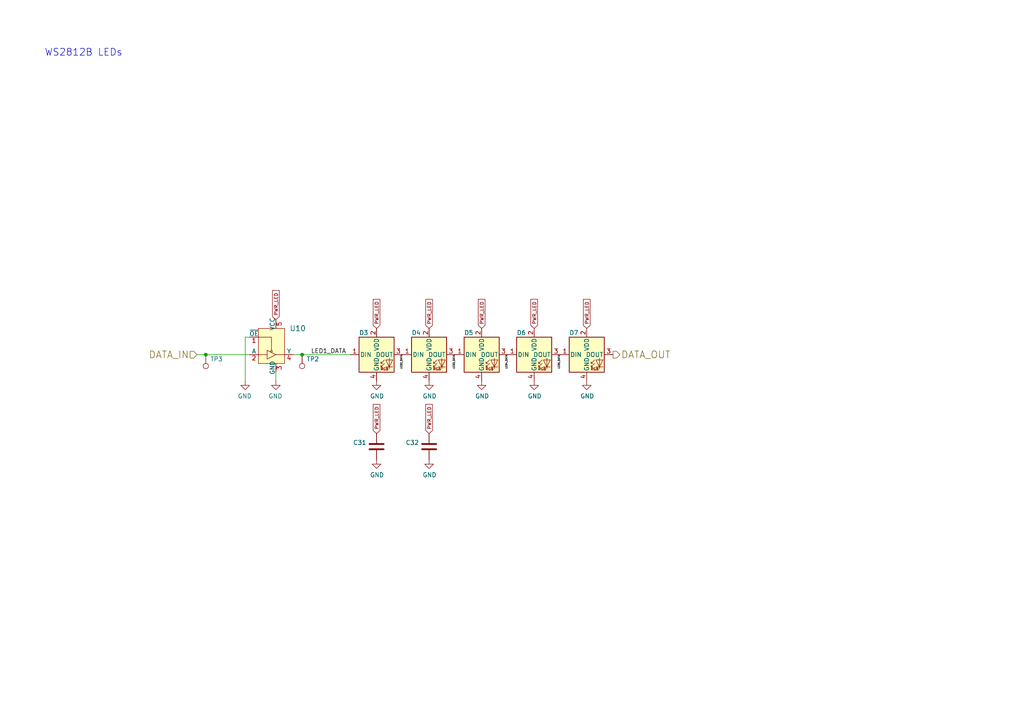
<source format=kicad_sch>
(kicad_sch (version 20211123) (generator eeschema)
  (paper "A4")
  (title_block (date "2022-03-11") (rev "4") (company "BADGE.TEAM"))
  (lib_symbols
    (symbol "custom:SK6805-EC15" (pin_names (offset 0.254))
      (property "Reference" "D" (at 5.08 5.715 0))
      (property "Value" "SK6805-EC15" (at 1.27 -5.715 0))
      (symbol "SK6805-EC15_0_0"
        (text "RGB" (at 2.286 -4.191 0) (effects (font (size 0.762 0.762))))
      )
      (symbol "SK6805-EC15_0_1"
        (polyline (pts (xy 1.27 -3.556) (xy 1.778 -3.556)))
        (polyline (pts (xy 1.27 -2.54) (xy 1.778 -2.54)))
        (polyline (pts (xy 4.699 -3.556) (xy 2.667 -3.556)))
        (polyline (pts (xy 2.286 -2.54) (xy 1.27 -3.556) (xy 1.27 -3.048)))
        (polyline (pts (xy 2.286 -1.524) (xy 1.27 -2.54) (xy 1.27 -2.032)))
        (polyline (pts (xy 3.683 -1.016) (xy 3.683 -3.556) (xy 3.683 -4.064)))
        (polyline (pts (xy 4.699 -1.524) (xy 2.667 -1.524) (xy 3.683 -3.556) (xy 4.699 -1.524)))
        (rectangle (start 5.08 5.08) (end -5.08 -5.08) (stroke (width 0.254)) (fill (type background)))
      )
      (symbol "SK6805-EC15_1_1"
        (pin input line (at -7.62 0 0) (length 2.54) (name "DIN") (number "1"))
        (pin power_in line (at 0 7.62 270) (length 2.54) (name "VDD") (number "2"))
        (pin output line (at 7.62 0 180) (length 2.54) (name "DOUT") (number "3"))
        (pin power_in line (at 0 -7.62 90) (length 2.54) (name "GND") (number "4"))
      )
    )
    (symbol "mch2021-rescue:C-Device" (pin_numbers hide) (pin_names (offset 0.254))
      (property "Reference" "C" (at 0.635 2.54 0))
      (property "Value" "C-Device" (at 0.635 -2.54 0))
      (symbol "C-Device_0_1"
        (polyline (pts (xy -2.032 -0.762) (xy 2.032 -0.762)) (stroke (width 0.508)))
        (polyline (pts (xy -2.032 0.762) (xy 2.032 0.762)) (stroke (width 0.508)))
      )
      (symbol "C-Device_1_1"
        (pin passive line (at 0 3.81 270) (length 2.794) (name "~") (number "1"))
        (pin passive line (at 0 -3.81 90) (length 2.794) (name "~") (number "2"))
      )
    )
    (symbol "mch2021-rescue:GND-power" (power) (pin_names (offset 0))
      (property "Value" "GND-power" (at 0 -3.81 0))
      (symbol "GND-power_0_1"
        (polyline (pts (xy 0 0) (xy 0 -1.27) (xy 1.27 -1.27) (xy 0 -2.54) (xy -1.27 -1.27) (xy 0 -1.27)))
      )
      (symbol "GND-power_1_1"
        (pin power_in line (at 0 0 270) (length 0) hide (name "GND") (number "1"))
      )
    )
    (symbol "mch2021-rescue:SN74LVC1G125DCKR-dk_Logic-Buffers-Drivers-Receivers-Transceivers" (pin_names (offset 0))
      (property "Reference" "U" (at -2.54 6.35 0))
      (property "Value" "SN74LVC1G125DCKR-dk_Logic-Buffers-Drivers-Receivers-Transceivers" (at 1.905 -6.35 0))
      (symbol "SN74LVC1G125DCKR-dk_Logic-Buffers-Drivers-Receivers-Transceivers_0_1"
        (rectangle (start -5.08 5.08) (end 2.54 -5.08) (fill (type background)))
        (circle (center -1.27 -1.524) (radius 0.254))
        (polyline (pts (xy -1.27 1.27) (xy -1.27 -1.27)))
        (polyline (pts (xy 0 -2.54) (xy 2.54 -2.54)))
        (polyline (pts (xy -5.08 2.54) (xy -1.27 2.54) (xy -1.27 1.27)))
        (polyline (pts (xy -2.54 -2.54) (xy -3.81 -2.54) (xy -5.08 -2.54)))
        (polyline (pts (xy -2.54 -1.27) (xy -2.54 -3.81) (xy 0 -2.54) (xy -2.54 -1.27)))
      )
      (symbol "SN74LVC1G125DCKR-dk_Logic-Buffers-Drivers-Receivers-Transceivers_1_1"
        (pin input line (at -7.62 2.54 0) (length 2.54) (name "~{OE}") (number "1"))
        (pin input line (at -7.62 -2.54 0) (length 2.54) (name "A") (number "2"))
        (pin power_in line (at 0 -7.62 90) (length 2.54) (name "GND") (number "3"))
        (pin output line (at 5.08 -2.54 180) (length 2.54) (name "Y") (number "4"))
        (pin power_in line (at 0 7.62 270) (length 2.54) (name "VCC") (number "5"))
      )
    )
    (symbol "mch2021-rescue:TestPoint-Connector" (pin_numbers hide) (pin_names (offset 0.762) hide)
      (property "Reference" "TP" (at 0 6.858 0))
      (property "Value" "TestPoint-Connector" (at 0 5.08 0))
      (symbol "TestPoint-Connector_0_1"
        (circle (center 0 3.302) (radius 0.762))
      )
      (symbol "TestPoint-Connector_1_1"
        (pin passive line (at 0 0 90) (length 2.54) (name "1") (number "1"))
      )
    )
  )
  (junction (at 59.69 102.87))
  (junction (at 87.63 102.87))
  (wire (pts (xy 72.39 102.87) (xy 59.69 102.87)))
  (wire (pts (xy 80.01 107.95) (xy 80.01 110.49)))
  (wire (pts (xy 85.09 102.87) (xy 87.63 102.87)))
  (wire (pts (xy 87.63 102.87) (xy 101.6 102.87)))
  (wire (pts (xy 71.12 97.79) (xy 71.12 110.49)))
  (wire (pts (xy 59.69 102.87) (xy 57.15 102.87)))
  (wire (pts (xy 72.39 97.79) (xy 71.12 97.79)))
  (text "WS2812B LEDs" (at 35.56 16.51 180) (effects (font (size 2.0066 2.0066)) (justify right bottom)))
  (label "LED5_DATA" (at 162.56 102.87 270) (effects (font (size 0.508 0.508))))
  (label "LED4_DATA" (at 147.32 102.87 270) (effects (font (size 0.508 0.508))))
  (label "LED3_DATA" (at 132.08 102.87 270) (effects (font (size 0.508 0.508))))
  (label "LED2_DATA" (at 116.84 102.87 270) (effects (font (size 0.508 0.508))))
  (label "LED1_DATA" (at 90.17 102.87 0))
  (global_label "PWR_LED" (shape input) (at 139.7 95.25 90) (effects (font (size 0.9906 0.9906))) (property "Intersheet References" "${INTERSHEET_REFS}" (effects hide)))
  (global_label "PWR_LED" (shape input) (at 124.46 95.25 90) (effects (font (size 0.9906 0.9906))) (property "Intersheet References" "${INTERSHEET_REFS}" (effects hide)))
  (global_label "PWR_LED" (shape input) (at 109.22 125.73 90) (effects (font (size 0.9906 0.9906))) (property "Intersheet References" "${INTERSHEET_REFS}" (effects hide)))
  (global_label "PWR_LED" (shape input) (at 80.01 92.71 90) (effects (font (size 0.9906 0.9906))) (property "Intersheet References" "${INTERSHEET_REFS}" (effects hide)))
  (global_label "PWR_LED" (shape input) (at 124.46 125.73 90) (effects (font (size 0.9906 0.9906))) (property "Intersheet References" "${INTERSHEET_REFS}" (effects hide)))
  (global_label "PWR_LED" (shape input) (at 109.22 95.25 90) (effects (font (size 0.9906 0.9906))) (property "Intersheet References" "${INTERSHEET_REFS}" (effects hide)))
  (global_label "PWR_LED" (shape input) (at 154.94 95.25 90) (effects (font (size 0.9906 0.9906))) (property "Intersheet References" "${INTERSHEET_REFS}" (effects hide)))
  (global_label "PWR_LED" (shape input) (at 170.18 95.25 90) (effects (font (size 0.9906 0.9906))) (property "Intersheet References" "${INTERSHEET_REFS}" (effects hide)))
  (hierarchical_label "DATA_IN" (shape input) (at 57.15 102.87 180) (effects (font (size 2.0066 2.0066))))
  (hierarchical_label "DATA_OUT" (shape output) (at 177.8 102.87 0) (effects (font (size 2.0066 2.0066))))
  (symbol (lib_id "custom:SK6805-EC15") (at 109.22 102.87 0) (unit 1)
    (property "Reference" "D3" (at 104.14 96.52 0) (effects (justify left)))
    (property "Datasheet" "http://www.normandled.com/upload/202003/SK6805-EC15%20LED%20Datasheet.pdf" (effects hide))
    (property "Mouser" "-" (effects hide))
    (property "Category" "LEDs" (effects hide))
    (property "Description" "http://www.normandled.com/Product/view/id/842.html" (effects hide))
    (property "MPN" "SK6805-EC15" (effects hide))
    (property "Manufacturer" "Normandled" (effects hide))
  )
  (symbol (lib_id "mch2021-rescue:GND-power") (at 80.01 110.49 0) (mirror y) (unit 1)
    (property "Reference" "#PWR0143" (effects hide))
    (property "Value" "GND" (at 79.883 114.8842 0))
  )
  (symbol (lib_id "mch2021-rescue:SN74LVC1G125DCKR-dk_Logic-Buffers-Drivers-Receivers-Transceivers") (at 80.01 100.33 0) (unit 1)
    (property "Reference" "U10" (at 86.36 95.25 0) (effects (font (size 1.524 1.524))))
    (property "Datasheet" "http://www.ti.com/lit/sg/scyt129e/scyt129e.pdf" (effects hide))
    (property "Digi-Key_PN" "296-11604-1-ND" (effects hide))
    (property "MPN" "74LVC1G125GW" (effects hide))
    (property "Category" "ICs" (effects hide))
    (property "Family" "Logic - Buffers, Drivers, Receivers, Transceivers" (effects hide))
    (property "DK_Datasheet_Link" "http://www.ti.com/general/docs/suppproductinfo.tsp?distId=10&gotoUrl=http%3A%2F%2Fwww.ti.com%2Flit%2Fgpn%2Fsn74lvc1g125" (effects hide))
    (property "DK_Detail_Page" "/product-detail/en/texas-instruments/SN74LVC1G125DCKR/296-11604-1-ND/385743" (effects hide))
    (property "Description" "IC BUF NON-INVERT 5.5V SC70-5" (effects hide))
    (property "Manufacturer" "Nexperia" (effects hide))
    (property "Status" "Active" (effects hide))
    (property "Sponsored" "N" (effects hide))
    (property "LCSC" "C703585" (effects hide))
    (property "Buy early" "Y" (effects hide))
  )
  (symbol (lib_id "mch2021-rescue:GND-power") (at 71.12 110.49 0) (mirror y) (unit 1)
    (property "Reference" "#PWR0142" (effects hide))
    (property "Value" "GND" (at 70.993 114.8842 0))
  )
  (symbol (lib_id "mch2021-rescue:GND-power") (at 109.22 110.49 0) (unit 1)
    (property "Reference" "#PWR0144" (effects hide))
    (property "Value" "GND" (at 109.347 114.8842 0))
  )
  (symbol (lib_id "custom:SK6805-EC15") (at 124.46 102.87 0) (unit 1)
    (property "Reference" "D4" (at 119.38 96.52 0) (effects (justify left)))
    (property "Datasheet" "http://www.normandled.com/upload/202003/SK6805-EC15%20LED%20Datasheet.pdf" (effects hide))
    (property "Mouser" "-" (effects hide))
    (property "Category" "LEDs" (effects hide))
    (property "Description" "http://www.normandled.com/Product/view/id/842.html" (effects hide))
    (property "MPN" "SK6805-EC15" (effects hide))
    (property "Manufacturer" "Normandled" (effects hide))
  )
  (symbol (lib_id "mch2021-rescue:GND-power") (at 124.46 110.49 0) (unit 1)
    (property "Reference" "#PWR0145" (effects hide))
    (property "Value" "GND" (at 124.587 114.8842 0))
  )
  (symbol (lib_id "custom:SK6805-EC15") (at 139.7 102.87 0) (unit 1)
    (property "Reference" "D5" (at 134.62 96.52 0) (effects (justify left)))
    (property "Datasheet" "http://www.normandled.com/upload/202003/SK6805-EC15%20LED%20Datasheet.pdf" (effects hide))
    (property "Mouser" "-" (effects hide))
    (property "Category" "LEDs" (effects hide))
    (property "Description" "http://www.normandled.com/Product/view/id/842.html" (effects hide))
    (property "MPN" "SK6805-EC15" (effects hide))
    (property "Manufacturer" "Normandled" (effects hide))
  )
  (symbol (lib_id "mch2021-rescue:GND-power") (at 139.7 110.49 0) (unit 1)
    (property "Reference" "#PWR0146" (effects hide))
    (property "Value" "GND" (at 139.827 114.8842 0))
  )
  (symbol (lib_id "custom:SK6805-EC15") (at 154.94 102.87 0) (unit 1)
    (property "Reference" "D6" (at 149.86 96.52 0) (effects (justify left)))
    (property "Datasheet" "http://www.normandled.com/upload/202003/SK6805-EC15%20LED%20Datasheet.pdf" (effects hide))
    (property "Mouser" "-" (effects hide))
    (property "Category" "LEDs" (effects hide))
    (property "Description" "http://www.normandled.com/Product/view/id/842.html" (effects hide))
    (property "MPN" "SK6805-EC15" (effects hide))
    (property "Manufacturer" "Normandled" (effects hide))
  )
  (symbol (lib_id "mch2021-rescue:GND-power") (at 154.94 110.49 0) (unit 1)
    (property "Reference" "#PWR0147" (effects hide))
    (property "Value" "GND" (at 155.067 114.8842 0))
  )
  (symbol (lib_id "custom:SK6805-EC15") (at 170.18 102.87 0) (unit 1)
    (property "Reference" "D7" (at 165.1 96.52 0) (effects (justify left)))
    (property "Datasheet" "http://www.normandled.com/upload/202003/SK6805-EC15%20LED%20Datasheet.pdf" (effects hide))
    (property "Mouser" "-" (effects hide))
    (property "Category" "LEDs" (effects hide))
    (property "Description" "http://www.normandled.com/Product/view/id/842.html" (effects hide))
    (property "MPN" "SK6805-EC15" (effects hide))
    (property "Manufacturer" "Normandled" (effects hide))
  )
  (symbol (lib_id "mch2021-rescue:GND-power") (at 170.18 110.49 0) (unit 1)
    (property "Reference" "#PWR0148" (effects hide))
    (property "Value" "GND" (at 170.307 114.8842 0))
  )
  (symbol (lib_id "mch2021-rescue:C-Device") (at 109.22 129.54 0) (mirror y) (unit 1)
    (property "Reference" "C31" (at 106.299 128.3716 0) (effects (justify left)))
    (property "Category" "Capacitors" (effects hide))
    (property "Description" "Generic part" (effects hide))
  )
  (symbol (lib_id "mch2021-rescue:GND-power") (at 109.22 133.35 0) (unit 1)
    (property "Reference" "#PWR0150" (effects hide))
    (property "Value" "GND" (at 109.347 137.7442 0))
  )
  (symbol (lib_id "mch2021-rescue:C-Device") (at 124.46 129.54 0) (mirror y) (unit 1)
    (property "Reference" "C32" (at 121.539 128.3716 0) (effects (justify left)))
    (property "Category" "Capacitors" (effects hide))
    (property "Description" "Generic part" (effects hide))
  )
  (symbol (lib_id "mch2021-rescue:GND-power") (at 124.46 133.35 0) (unit 1)
    (property "Reference" "#PWR0151" (effects hide))
    (property "Value" "GND" (at 124.587 137.7442 0))
  )
  (symbol (lib_id "mch2021-rescue:TestPoint-Connector") (at 87.63 102.87 180) (unit 1)
    (property "Reference" "TP2" (at 88.9 104.14 0) (effects (justify right)))
    (property "Category" "Testpoints" (effects hide))
    (property "Buy early" "N" (effects hide))
    (property "Sponsored" "N" (effects hide))
  )
  (symbol (lib_id "mch2021-rescue:TestPoint-Connector") (at 59.69 102.87 180) (unit 1)
    (property "Reference" "TP3" (at 60.96 104.14 0) (effects (justify right)))
    (property "Category" "Testpoints" (effects hide))
    (property "Buy early" "N" (effects hide))
    (property "Sponsored" "N" (effects hide))
  )
)
</source>
